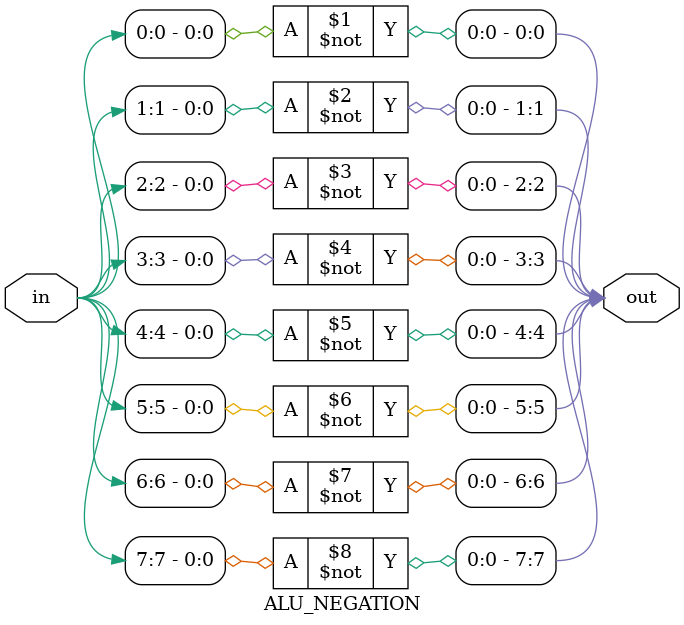
<source format=v>
`timescale 1ns / 1ps


module ALU_NEGATION #(parameter SIZE = 8)(in, out);
    input [SIZE-1:0] in;
    output [SIZE-1:0] out;
    
    genvar i;
    generate
        for(i = 0; i < SIZE; i = i + 1) begin
            not alu_not_gate(out[i], in[i]);
        end
    endgenerate
    
endmodule

</source>
